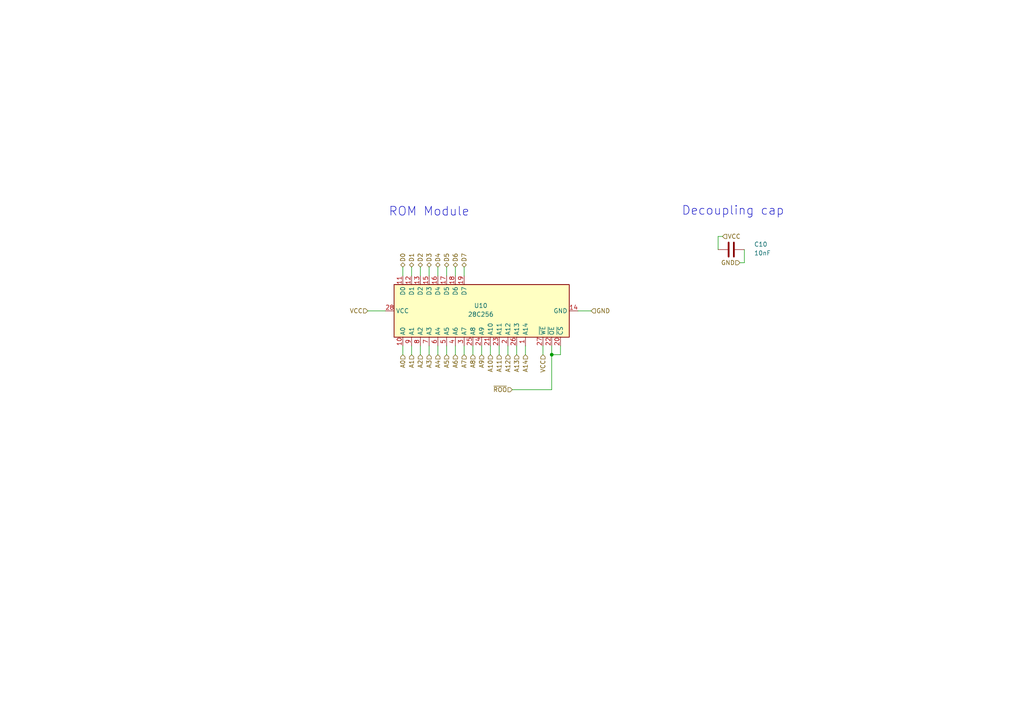
<source format=kicad_sch>
(kicad_sch (version 20250114) (generator "eeschema") (generator_version "9.0")
  (paper "A4")
  (title_block (title "ROM Module") (date "2025-11-16") (rev "v1.0") (company "Marco Vettigli"))
  (lib_symbols
    (symbol "Device:C" (pin_numbers (hide yes)) (pin_names (offset 0.254))
      (property "Reference" "C" (at 0.635 2.54 0))
      (property "Value" "C" (at 0.635 -2.54 0))
      (symbol "C_0_1"
        (polyline (pts (xy -2.032 0.762) (xy 2.032 0.762)) (stroke (width 0.508)))
        (polyline (pts (xy -2.032 -0.762) (xy 2.032 -0.762)) (stroke (width 0.508)))
      )
      (symbol "C_1_1"
        (pin passive line (at 0 3.81 270) (length 2.794) (name "~") (number "1"))
        (pin passive line (at 0 -3.81 90) (length 2.794) (name "~") (number "2"))
      )
    )
    (symbol "Memory_EEPROM:28C256"
      (property "Reference" "U" (at -7.62 26.67 0))
      (property "Value" "28C256" (at 2.54 -26.67 0))
      (symbol "28C256_1_1"
        (rectangle (start -7.62 25.4) (end 7.62 -25.4) (stroke (width 0.254)) (fill (type background)))
        (pin input line (at -10.16 22.86 0) (length 2.54) (name "A0") (number "10"))
        (pin input line (at -10.16 20.32 0) (length 2.54) (name "A1") (number "9"))
        (pin input line (at -10.16 17.78 0) (length 2.54) (name "A2") (number "8"))
        (pin input line (at -10.16 15.24 0) (length 2.54) (name "A3") (number "7"))
        (pin input line (at -10.16 12.7 0) (length 2.54) (name "A4") (number "6"))
        (pin input line (at -10.16 10.16 0) (length 2.54) (name "A5") (number "5"))
        (pin input line (at -10.16 7.62 0) (length 2.54) (name "A6") (number "4"))
        (pin input line (at -10.16 5.08 0) (length 2.54) (name "A7") (number "3"))
        (pin input line (at -10.16 2.54 0) (length 2.54) (name "A8") (number "25"))
        (pin input line (at -10.16 0 0) (length 2.54) (name "A9") (number "24"))
        (pin input line (at -10.16 -2.54 0) (length 2.54) (name "A10") (number "21"))
        (pin input line (at -10.16 -5.08 0) (length 2.54) (name "A11") (number "23"))
        (pin input line (at -10.16 -7.62 0) (length 2.54) (name "A12") (number "2"))
        (pin input line (at -10.16 -10.16 0) (length 2.54) (name "A13") (number "26"))
        (pin input line (at -10.16 -12.7 0) (length 2.54) (name "A14") (number "1"))
        (pin input line (at -10.16 -17.78 0) (length 2.54) (name "~{WE}") (number "27"))
        (pin input line (at -10.16 -20.32 0) (length 2.54) (name "~{OE}") (number "22"))
        (pin input line (at -10.16 -22.86 0) (length 2.54) (name "~{CS}") (number "20"))
        (pin power_in line (at 0 27.94 270) (length 2.54) (name "VCC") (number "28"))
        (pin power_in line (at 0 -27.94 90) (length 2.54) (name "GND") (number "14"))
        (pin tri_state line (at 10.16 22.86 180) (length 2.54) (name "D0") (number "11"))
        (pin tri_state line (at 10.16 20.32 180) (length 2.54) (name "D1") (number "12"))
        (pin tri_state line (at 10.16 17.78 180) (length 2.54) (name "D2") (number "13"))
        (pin tri_state line (at 10.16 15.24 180) (length 2.54) (name "D3") (number "15"))
        (pin tri_state line (at 10.16 12.7 180) (length 2.54) (name "D4") (number "16"))
        (pin tri_state line (at 10.16 10.16 180) (length 2.54) (name "D5") (number "17"))
        (pin tri_state line (at 10.16 7.62 180) (length 2.54) (name "D6") (number "18"))
        (pin tri_state line (at 10.16 5.08 180) (length 2.54) (name "D7") (number "19"))
      )
    )
  )
  (text "ROM Module" (at 124.46 61.468 0) (effects (font (size 2.54 2.54))))
  (text "Decoupling cap" (at 212.598 61.214 0) (effects (font (size 2.54 2.54))))
  (junction (at 160.02 102.87))
  (wire (pts (xy 129.54 77.47) (xy 129.54 80.01)))
  (wire (pts (xy 137.16 100.33) (xy 137.16 102.87)))
  (wire (pts (xy 116.84 77.47) (xy 116.84 80.01)))
  (wire (pts (xy 127 100.33) (xy 127 102.87)))
  (wire (pts (xy 121.92 100.33) (xy 121.92 102.87)))
  (wire (pts (xy 160.02 113.03) (xy 160.02 102.87)))
  (wire (pts (xy 139.7 100.33) (xy 139.7 102.87)))
  (wire (pts (xy 134.62 77.47) (xy 134.62 80.01)))
  (wire (pts (xy 132.08 100.33) (xy 132.08 102.87)))
  (wire (pts (xy 106.68 90.17) (xy 111.76 90.17)))
  (wire (pts (xy 208.28 68.58) (xy 208.28 72.39)))
  (wire (pts (xy 157.48 100.33) (xy 157.48 102.87)))
  (wire (pts (xy 142.24 100.33) (xy 142.24 102.87)))
  (wire (pts (xy 214.63 76.2) (xy 215.9 76.2)))
  (wire (pts (xy 121.92 77.47) (xy 121.92 80.01)))
  (wire (pts (xy 132.08 77.47) (xy 132.08 80.01)))
  (wire (pts (xy 148.59 113.03) (xy 160.02 113.03)))
  (wire (pts (xy 147.32 100.33) (xy 147.32 102.87)))
  (wire (pts (xy 209.55 68.58) (xy 208.28 68.58)))
  (wire (pts (xy 162.56 100.33) (xy 162.56 102.87)))
  (wire (pts (xy 124.46 77.47) (xy 124.46 80.01)))
  (wire (pts (xy 152.4 100.33) (xy 152.4 102.87)))
  (wire (pts (xy 144.78 100.33) (xy 144.78 102.87)))
  (wire (pts (xy 124.46 100.33) (xy 124.46 102.87)))
  (wire (pts (xy 116.84 100.33) (xy 116.84 102.87)))
  (wire (pts (xy 129.54 100.33) (xy 129.54 102.87)))
  (wire (pts (xy 215.9 72.39) (xy 215.9 76.2)))
  (wire (pts (xy 119.38 100.33) (xy 119.38 102.87)))
  (wire (pts (xy 134.62 100.33) (xy 134.62 102.87)))
  (wire (pts (xy 167.64 90.17) (xy 171.45 90.17)))
  (wire (pts (xy 119.38 77.47) (xy 119.38 80.01)))
  (wire (pts (xy 160.02 102.87) (xy 162.56 102.87)))
  (wire (pts (xy 160.02 102.87) (xy 160.02 100.33)))
  (wire (pts (xy 149.86 100.33) (xy 149.86 102.87)))
  (wire (pts (xy 127 77.47) (xy 127 80.01)))
  (hierarchical_label "D4" (shape tri_state) (at 127 77.47 90))
  (hierarchical_label "A1" (shape input) (at 119.38 102.87 270))
  (hierarchical_label "A11" (shape input) (at 144.78 102.87 270))
  (hierarchical_label "D3" (shape tri_state) (at 124.46 77.47 90))
  (hierarchical_label "A8" (shape input) (at 137.16 102.87 270))
  (hierarchical_label "A7" (shape input) (at 134.62 102.87 270))
  (hierarchical_label "A6" (shape input) (at 132.08 102.87 270))
  (hierarchical_label "D1" (shape tri_state) (at 119.38 77.47 90))
  (hierarchical_label "D0" (shape tri_state) (at 116.84 77.47 90))
  (hierarchical_label "D6" (shape tri_state) (at 132.08 77.47 90))
  (hierarchical_label "A14" (shape input) (at 152.4 102.87 270))
  (hierarchical_label "D7" (shape tri_state) (at 134.62 77.47 90))
  (hierarchical_label "A0" (shape input) (at 116.84 102.87 270))
  (hierarchical_label "A3" (shape input) (at 124.46 102.87 270))
  (hierarchical_label "VCC" (shape input) (at 106.68 90.17 180))
  (hierarchical_label "~{ROO}" (shape input) (at 148.59 113.03 180))
  (hierarchical_label "A13" (shape input) (at 149.86 102.87 270))
  (hierarchical_label "VCC" (shape input) (at 157.48 102.87 270))
  (hierarchical_label "GND" (shape input) (at 171.45 90.17 0))
  (hierarchical_label "A4" (shape input) (at 127 102.87 270))
  (hierarchical_label "A5" (shape input) (at 129.54 102.87 270))
  (hierarchical_label "A2" (shape input) (at 121.92 102.87 270))
  (hierarchical_label "A10" (shape input) (at 142.24 102.87 270))
  (hierarchical_label "A12" (shape input) (at 147.32 102.87 270))
  (hierarchical_label "A9" (shape input) (at 139.7 102.87 270))
  (hierarchical_label "D5" (shape tri_state) (at 129.54 77.47 90))
  (hierarchical_label "GND" (shape input) (at 214.63 76.2 180))
  (hierarchical_label "VCC" (shape input) (at 209.55 68.58 0))
  (hierarchical_label "D2" (shape tri_state) (at 121.92 77.47 90))
  (symbol (lib_id "Memory_EEPROM:28C256") (at 139.7 90.17 90) (unit 1)
    (property "Reference" "U10" (at 139.446 88.646 90))
    (property "Value" "28C256" (at 139.446 91.186 90))
    (property "Footprint" "Package_DIP:DIP-28_W15.24mm_Socket_LongPads" (effects (hide yes)))
    (property "Datasheet" "http://ww1.microchip.com/downloads/en/DeviceDoc/doc0006.pdf" (effects (hide yes)))
    (property "Description" "Paged Parallel EEPROM 256Kb (32K x 8), DIP-28/SOIC-28" (effects (hide yes)))
  )
  (symbol (lib_id "Device:C") (at 212.09 72.39 90) (unit 1)
    (property "Reference" "C10" (at 218.694 70.866 90) (effects (justify right)))
    (property "Value" "10nF" (at 218.694 73.406 90) (effects (justify right)))
    (property "Footprint" "Capacitor_THT:C_Disc_D4.7mm_W2.5mm_P5.00mm" (effects (hide yes)))
    (property "Description" "Unpolarized capacitor" (effects (hide yes)))
  )
)
</source>
